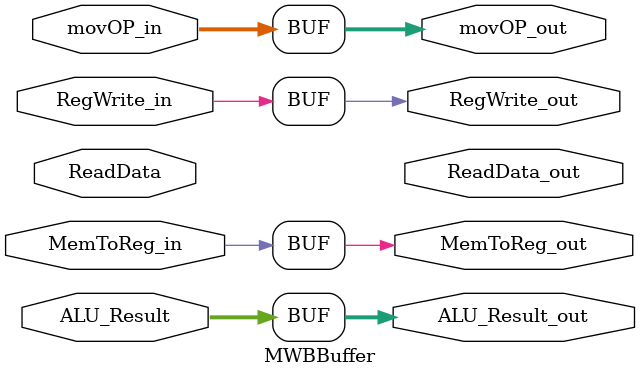
<source format=v>
module MWBBuffer(
  input MemToReg_in, RegWrite_in,
  input [15:0] ALU_Result,
  input [15:0] ReadData,
  input [3:0] movOP_in,
  //remainder?

  output reg MemToReg_out, RegWrite_out,
  output reg [15:0] ALU_Result_out, ReadData_out,
  output reg [3:0] movOP_out
  //remainder?
  );
  always@(*)
  begin
    MemToReg_out = MemToReg_in;
    RegWrite_out = RegWrite_in;
    ALU_Result_out = ALU_Result;
    movOP_out = movOP_in;
  end
endmodule

</source>
